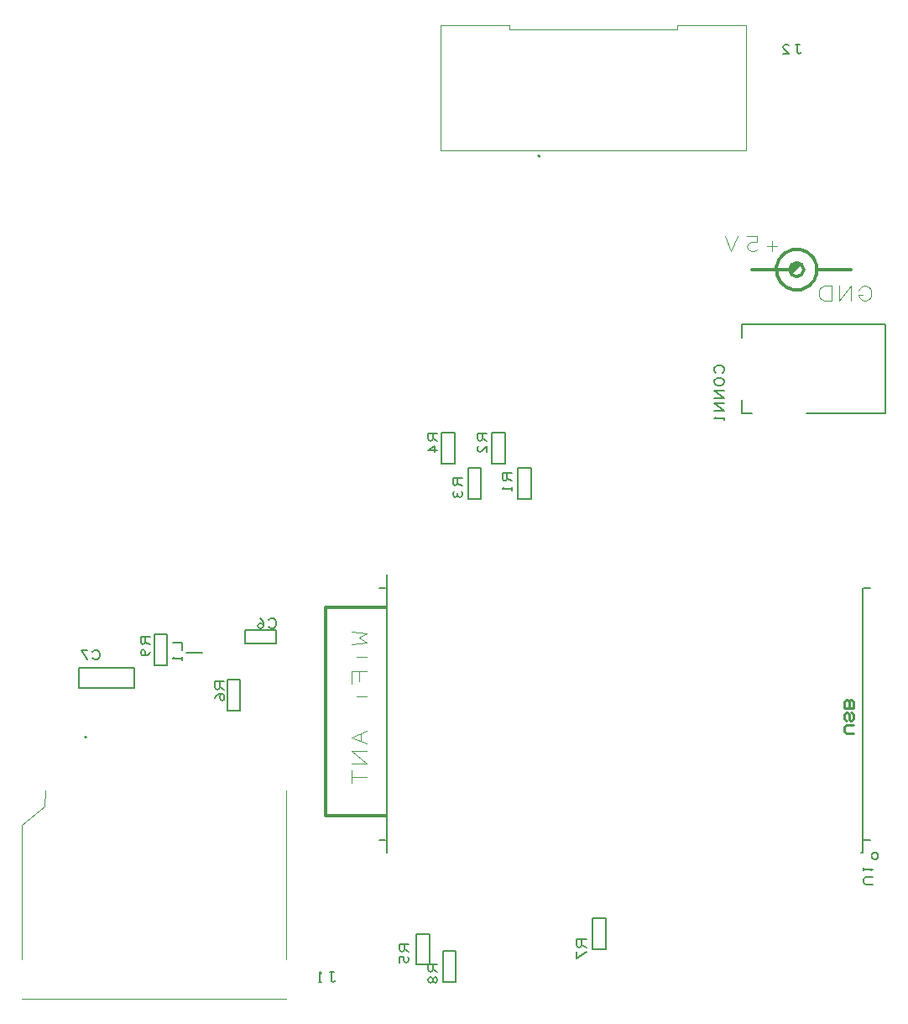
<source format=gbo>
G04 EasyPC Gerber Version 21.0.3 Build 4286 *
%FSLAX35Y35*%
%MOIN*%
%ADD12C,0.00394*%
%ADD10C,0.00500*%
%ADD116C,0.00787*%
%ADD14C,0.01000*%
%ADD11C,0.01181*%
X0Y0D02*
D02*
D10*
X71346Y137596D02*
X93346D01*
Y129596*
X71346*
Y137596*
X76721Y141409D02*
X77034Y141096D01*
X77659Y140784*
X78596*
X79221Y141096*
X79534Y141409*
X79846Y142034*
Y143284*
X79534Y143909*
X79221Y144222*
X78596Y144534*
X77659*
X77034Y144222*
X76721Y143909*
X74846Y140784D02*
X72346Y144534D01*
X74846*
X99706Y149856D02*
X95956D01*
Y147669*
X96269Y147044*
X96894Y146731*
X97519Y147044*
X97831Y147669*
Y149856*
Y147669D02*
X99706Y146731D01*
Y143919D02*
X99394Y143294D01*
X98769Y142669*
X97831Y142356*
X96894*
X96269Y142669*
X95956Y143294*
Y143919*
X96269Y144544*
X96894Y144856*
X97519Y144544*
X97831Y143919*
Y143294*
X97519Y142669*
X96894Y142356*
X106561Y150746D02*
X101261D01*
Y138446*
X106561*
Y150746*
X108722Y147533D02*
X112472D01*
Y144408*
Y141908D02*
Y140658D01*
Y141283D02*
X108722D01*
X109347Y141908*
X129234Y132140D02*
X125484D01*
Y129952*
X125796Y129327*
X126421Y129015*
X127046Y129327*
X127359Y129952*
Y132140*
Y129952D02*
X129234Y129015D01*
X128296Y127140D02*
X127671Y126827D01*
X127359Y126202*
Y125577*
X127671Y124952*
X128296Y124640*
X128921Y124952*
X129234Y125577*
Y126202*
X128921Y126827*
X128296Y127140*
X127359*
X126421Y126827*
X125796Y126202*
X125484Y125577*
X135561Y132746D02*
X130261D01*
Y120446*
X135561*
Y132746*
X137446Y152496D02*
Y147196D01*
X149746*
Y152496*
X137446*
X146721Y153909D02*
X147034Y153596D01*
X147659Y153284*
X148596*
X149221Y153596*
X149534Y153909*
X149846Y154534*
Y155784*
X149534Y156409*
X149221Y156722*
X148596Y157034*
X147659*
X147034Y156722*
X146721Y156409*
X144846Y154222D02*
X144534Y154846D01*
X143909Y155159*
X143284*
X142659Y154846*
X142346Y154222*
X142659Y153596*
X143284Y153284*
X143909*
X144534Y153596*
X144846Y154222*
Y155159*
X144534Y156096*
X143909Y156722*
X143284Y157034*
X173478Y13624D02*
X173166Y13311D01*
X172541Y12998*
X171916Y13311*
X171603Y13624*
Y16748*
X170978*
X171603D02*
X172853D01*
X167853Y12998D02*
X166603D01*
X167228D02*
Y16748D01*
X167853Y16124*
X202509Y27959D02*
X198759D01*
Y25771*
X199071Y25146*
X199696Y24833*
X200321Y25146*
X200634Y25771*
Y27959*
Y25771D02*
X202509Y24833D01*
X202196Y22959D02*
X202509Y22333D01*
Y21396*
X202196Y20771*
X201571Y20459*
X201259*
X200634Y20771*
X200321Y21396*
Y22959*
X198759*
Y20459*
X205446Y19691D02*
X210746D01*
Y31991*
X205446*
Y19691*
X213880Y19935D02*
X210130D01*
Y17748*
X210442Y17122*
X211067Y16810*
X211692Y17122*
X212004Y17748*
Y19935*
Y17748D02*
X213880Y16810D01*
X212004Y13998D02*
Y13372D01*
X211692Y12748*
X211067Y12435*
X210442Y12748*
X210130Y13372*
Y13998*
X210442Y14622*
X211067Y14935*
X211692Y14622*
X212004Y13998*
X212317Y14622*
X212942Y14935*
X213567Y14622*
X213880Y13998*
Y13372*
X213567Y12748*
X212942Y12435*
X212317Y12748*
X212004Y13372*
X213880Y230565D02*
X210130D01*
Y228378*
X210442Y227752*
X211067Y227440*
X211692Y227752*
X212004Y228378*
Y230565*
Y228378D02*
X213880Y227440D01*
Y224002D02*
X210130D01*
X212630Y225565*
Y223065*
X220746Y230746D02*
X215446D01*
Y218446*
X220746*
Y230746*
X221246Y25246D02*
X215946D01*
Y12946*
X221246*
Y25246*
X223722Y212848D02*
X219972D01*
Y210661*
X220284Y210036*
X220909Y209723*
X221534Y210036*
X221847Y210661*
Y212848*
Y210661D02*
X223722Y209723D01*
X223409Y207536D02*
X223722Y206911D01*
Y206286*
X223409Y205661*
X222784Y205348*
X222159Y205661*
X221847Y206286*
Y206911*
Y206286D02*
X221534Y205661D01*
X220909Y205348*
X220284Y205661*
X219972Y206286*
Y206911*
X220284Y207536*
X231246Y216746D02*
X225946D01*
Y204446*
X231246*
Y216746*
X233565Y230565D02*
X229815D01*
Y228378*
X230127Y227752*
X230752Y227440*
X231377Y227752*
X231689Y228378*
Y230565*
Y228378D02*
X233565Y227440D01*
Y223065D02*
Y225565D01*
X231377Y223378*
X230752Y223065*
X230127Y223378*
X229815Y224002*
Y224940*
X230127Y225565*
X240746Y230746D02*
X235446D01*
Y218446*
X240746*
Y230746*
X243407Y214817D02*
X239657D01*
Y212630*
X239969Y212004*
X240594Y211692*
X241219Y212004*
X241532Y212630*
Y214817*
Y212630D02*
X243407Y211692D01*
Y209192D02*
Y207942D01*
Y208567D02*
X239657D01*
X240282Y209192*
X250931Y216746D02*
X245631D01*
Y204446*
X250931*
Y216746*
X272935Y29778D02*
X269185D01*
Y27590*
X269497Y26965*
X270122Y26652*
X270747Y26965*
X271059Y27590*
Y29778*
Y27590D02*
X272935Y26652D01*
Y24778D02*
X269185Y22278D01*
Y24778*
X275446Y25946D02*
X280746D01*
Y38246*
X275446*
Y25946*
X327034Y254507D02*
X327346Y254819D01*
X327659Y255444*
Y256382*
X327346Y257007*
X327034Y257319*
X326409Y257632*
X325159*
X324534Y257319*
X324221Y257007*
X323909Y256382*
Y255444*
X324221Y254819*
X324534Y254507*
X326409Y252632D02*
X325159D01*
X324534Y252319*
X324221Y252007*
X323909Y251382*
Y250757*
X324221Y250132*
X324534Y249819*
X325159Y249507*
X326409*
X327034Y249819*
X327346Y250132*
X327659Y250757*
Y251382*
X327346Y252007*
X327034Y252319*
X326409Y252632*
X327659Y247632D02*
X323909D01*
X327659Y244507*
X323909*
X327659Y242632D02*
X323909D01*
X327659Y239507*
X323909*
X327659Y237007D02*
Y235757D01*
Y236382D02*
X323909D01*
X324534Y237007*
X358518Y381734D02*
X358205Y381421D01*
X357580Y381109*
X356955Y381421*
X356643Y381734*
Y384859*
X356018*
X356643D02*
X357893D01*
X351018Y381109D02*
X353518D01*
X351330Y383296*
X351018Y383921*
X351330Y384546*
X351955Y384859*
X352893*
X353518Y384546*
X386827Y51431D02*
X384015D01*
X383390Y51744*
X383077Y52369*
Y53619*
X383390Y54244*
X384015Y54556*
X386827*
X383077Y57056D02*
Y58306D01*
Y57681D02*
X386827D01*
X386202Y57056*
D02*
D11*
X193163Y161667D02*
X169541D01*
Y78990*
X193163*
X354581Y293557D02*
G75*
G03X358518Y297494I1969J1969D01*
G01*
G75*
G03X354581Y293557I-1969J-1969*
G01*
G36*
G75*
G03X358518Y297494I1969J1969*
G01*
G75*
G03X354581Y293557I-1969J-1969*
G01*
G37*
Y295526D02*
X338833D01*
X364423D02*
X378203D01*
X364423Y297494D02*
G75*
G02X348675Y293557I-7874J-1969D01*
G01*
G75*
G02X364423Y297494I7874J1969*
G01*
D02*
D12*
X48872Y21805D02*
Y75270D01*
X57730Y82593*
X57927Y88734*
X153596Y6057D02*
X48872D01*
X153596Y88734D02*
Y21805D01*
X179876Y151825D02*
X185781Y151333D01*
X182829Y149364*
X185781Y147396*
X179876Y146904*
X185781Y141982D02*
X181844D01*
X180368D02*
X185781Y136077*
X179876D01*
Y131156*
X182829Y132140D02*
Y136077D01*
X185781Y126234D02*
X181844D01*
X180368D02*
X185781Y112455*
X179876Y109994D01*
X185781Y107533*
X183321Y111470D02*
Y108518D01*
X185781Y104581D02*
X179876D01*
X185781Y99659*
X179876*
X185781Y94246D02*
X179876D01*
Y96707D02*
Y91785D01*
X309148Y390703D02*
X242533D01*
Y392632*
X215191*
Y342829*
X336490*
Y392632*
X309148*
Y390703*
X348675Y304876D02*
X344738D01*
X346707Y302907D02*
Y306844D01*
X340801Y303400D02*
X339817Y302907D01*
X338341*
X337356Y303400*
X336864Y304384*
Y304876*
X337356Y305860*
X338341Y306352*
X340801*
Y308813*
X336864*
X332927D02*
X330467Y302907D01*
X328006Y308813*
X382632Y285683D02*
X381156D01*
Y285191*
X381648Y284207*
X382140Y283715*
X383124Y283222*
X384108*
X385093Y283715*
X385585Y284207*
X386077Y285191*
Y287159*
X385585Y288144*
X385093Y288636*
X384108Y289128*
X383124*
X382140Y288636*
X381648Y288144*
X381156Y287159*
X378203Y283222D02*
Y289128D01*
X373281Y283222*
Y289128*
X370329Y283222D02*
Y289128D01*
X367376*
X366392Y288636*
X365900Y288144*
X365407Y287159*
Y285191*
X365900Y284207*
X366392Y283715*
X367376Y283222*
X370329*
D02*
D14*
X379140Y111648D02*
X376328D01*
X375703Y111960*
X375390Y112585*
Y113835*
X375703Y114460*
X376328Y114773*
X379140*
X376328Y116648D02*
X375703Y116960D01*
X375390Y117585*
Y118835*
X375703Y119460*
X376328Y119773*
X376953Y119460*
X377265Y118835*
Y117585*
X377578Y116960*
X378203Y116648*
X378828Y116960*
X379140Y117585*
Y118835*
X378828Y119460*
X378203Y119773*
X377265Y123835D02*
X376953Y124460D01*
X376328Y124773*
X375703Y124460*
X375390Y123835*
Y121648*
X379140*
Y123835*
X378828Y124460*
X378203Y124773*
X377578Y124460*
X377265Y123835*
Y121648*
D02*
D116*
X73675Y109994D02*
G75*
G03X74463I394D01*
G01*
X73675D02*
G75*
G02X74463I394D01*
G01*
X114197Y143596D02*
X120496D01*
X193203Y69148D02*
X190703D01*
X193203Y169148D02*
X190703D01*
X193715Y64148D02*
Y174384D01*
X253793Y340663D02*
G75*
G03X254581I394D01*
G01*
X253793D02*
G75*
G02X254581I394D01*
G01*
X334699Y243892D02*
Y238439D01*
X338608*
X360459D02*
X391785D01*
Y273872*
X334699*
Y268486*
X382691Y169266D02*
Y64148D01*
X381953*
X385703Y69148D02*
X383203D01*
X385703Y169148D02*
X383203D01*
X388203Y61648D02*
G75*
G02X386953Y64148I-625J1250D01*
G01*
G75*
G02X388203Y61648I625J-1250*
G01*
X0Y0D02*
M02*

</source>
